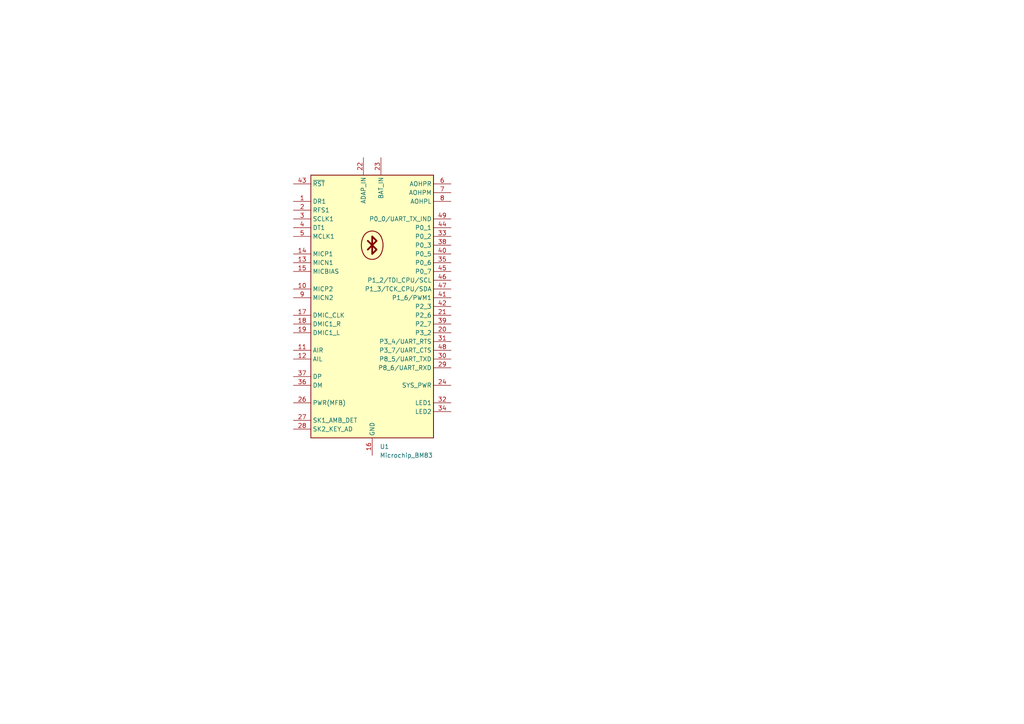
<source format=kicad_sch>
(kicad_sch (version 20231120) (generator "eeschema") (generator_version "8.0")
  (paper "A4")
  (lib_symbols
    (symbol "RF_Bluetooth:Microchip_BM83"
      (property "Reference" "U" (at -17.78 39.37 0))
      (property "Value" "Microchip_BM83" (at 5.08 -39.37 0))
      (symbol "Microchip_BM83_0_1"
        (rectangle (start -17.78 38.1) (end 17.78 -38.1) (stroke (width 0.254)) (fill (type background)))
        (arc (start -2.5399 15.24) (mid 0.0001 13.6702) (end 2.5401 15.24) (stroke (width 0.254)) (fill (type background)))
        (arc (start -2.5399 20.32) (mid -3.1395 17.78) (end -2.5399 15.24) (stroke (width 0.254)) (fill (type background)))
        (polyline (pts (xy 0.0001 17.78) (xy -1.2699 16.51)) (stroke (width 0.508)))
        (polyline (pts (xy 0.0001 17.78) (xy -1.2699 19.05)) (stroke (width 0.508)))
        (polyline (pts (xy 0.0001 20.32) (xy 1.2701 19.05) (xy 0.0001 17.78) (xy 1.2701 16.51) (xy 0.0001 15.24) (xy 0.0001 20.32)) (stroke (width 0.508)))
        (arc (start 2.5401 15.24) (mid 3.1397 17.78) (end 2.5401 20.32) (stroke (width 0.254)) (fill (type background)))
        (arc (start 2.5401 20.32) (mid 0.0001 21.8898) (end -2.5399 20.32) (stroke (width 0.254)) (fill (type background)))
      )
      (symbol "Microchip_BM83_1_1"
        (pin input line (at -22.86 30.48 0) (length 5.08) (name "DR1") (number "1"))
        (pin input line (at -22.86 5.08 0) (length 5.08) (name "MICP2") (number "10"))
        (pin input line (at -22.86 -12.7 0) (length 5.08) (name "AIR") (number "11"))
        (pin input line (at -22.86 -15.24 0) (length 5.08) (name "AIL") (number "12"))
        (pin input line (at -22.86 12.7 0) (length 5.08) (name "MICN1") (number "13"))
        (pin input line (at -22.86 15.24 0) (length 5.08) (name "MICP1") (number "14"))
        (pin passive line (at -22.86 10.16 0) (length 5.08) (name "MICBIAS") (number "15"))
        (pin power_in line (at 0 -43.18 90) (length 5.08) (name "GND") (number "16"))
        (pin output line (at -22.86 -2.54 0) (length 5.08) (name "DMIC_CLK") (number "17"))
        (pin output line (at -22.86 -5.08 0) (length 5.08) (name "DMIC1_R") (number "18"))
        (pin output line (at -22.86 -7.62 0) (length 5.08) (name "DMIC1_L") (number "19"))
        (pin bidirectional line (at -22.86 27.94 0) (length 5.08) (name "RFS1") (number "2"))
        (pin bidirectional line (at 22.86 -7.62 180) (length 5.08) (name "P3_2") (number "20"))
        (pin bidirectional line (at 22.86 -2.54 180) (length 5.08) (name "P2_6") (number "21"))
        (pin power_in line (at -2.54 43.18 270) (length 5.08) (name "ADAP_IN") (number "22"))
        (pin power_in line (at 2.54 43.18 270) (length 5.08) (name "BAT_IN") (number "23"))
        (pin power_out line (at 22.86 -22.86 180) (length 5.08) (name "SYS_PWR") (number "24"))
        (pin no_connect line (at 17.78 -33.02 180) (length 5.08) hide (name "VDD_IO") (number "25"))
        (pin input line (at -22.86 -27.94 0) (length 5.08) (name "PWR(MFB)") (number "26"))
        (pin input line (at -22.86 -33.02 0) (length 5.08) (name "SK1_AMB_DET") (number "27"))
        (pin input line (at -22.86 -35.56 0) (length 5.08) (name "SK2_KEY_AD") (number "28"))
        (pin bidirectional line (at 22.86 -17.78 180) (length 5.08) (name "P8_6/UART_RXD") (number "29"))
        (pin bidirectional line (at -22.86 25.4 0) (length 5.08) (name "SCLK1") (number "3"))
        (pin bidirectional line (at 22.86 -15.24 180) (length 5.08) (name "P8_5/UART_TXD") (number "30"))
        (pin bidirectional line (at 22.86 -10.16 180) (length 5.08) (name "P3_4/UART_RTS") (number "31"))
        (pin input line (at 22.86 -27.94 180) (length 5.08) (name "LED1") (number "32"))
        (pin bidirectional line (at 22.86 20.32 180) (length 5.08) (name "P0_2") (number "33"))
        (pin input line (at 22.86 -30.48 180) (length 5.08) (name "LED2") (number "34"))
        (pin bidirectional line (at 22.86 12.7 180) (length 5.08) (name "P0_6") (number "35"))
        (pin bidirectional line (at -22.86 -22.86 0) (length 5.08) (name "DM") (number "36"))
        (pin bidirectional line (at -22.86 -20.32 0) (length 5.08) (name "DP") (number "37"))
        (pin bidirectional line (at 22.86 17.78 180) (length 5.08) (name "P0_3") (number "38"))
        (pin bidirectional line (at 22.86 -5.08 180) (length 5.08) (name "P2_7") (number "39"))
        (pin output line (at -22.86 22.86 0) (length 5.08) (name "DT1") (number "4"))
        (pin bidirectional line (at 22.86 15.24 180) (length 5.08) (name "P0_5") (number "40"))
        (pin bidirectional line (at 22.86 2.54 180) (length 5.08) (name "P1_6/PWM1") (number "41"))
        (pin bidirectional line (at 22.86 0 180) (length 5.08) (name "P2_3") (number "42"))
        (pin input line (at -22.86 35.56 0) (length 5.08) (name "~{RST}") (number "43"))
        (pin bidirectional line (at 22.86 22.86 180) (length 5.08) (name "P0_1") (number "44"))
        (pin bidirectional line (at 22.86 10.16 180) (length 5.08) (name "P0_7") (number "45"))
        (pin bidirectional line (at 22.86 7.62 180) (length 5.08) (name "P1_2/TDI_CPU/SCL") (number "46"))
        (pin bidirectional line (at 22.86 5.08 180) (length 5.08) (name "P1_3/TCK_CPU/SDA") (number "47"))
        (pin bidirectional line (at 22.86 -12.7 180) (length 5.08) (name "P3_7/UART_CTS") (number "48"))
        (pin bidirectional line (at 22.86 25.4 180) (length 5.08) (name "P0_0/UART_TX_IND") (number "49"))
        (pin output line (at -22.86 20.32 0) (length 5.08) (name "MCLK1") (number "5"))
        (pin passive line (at 0 -43.18 90) (length 5.08) hide (name "GND") (number "50"))
        (pin passive line (at 0 -43.18 90) (length 5.08) hide (name "GND") (number "56"))
        (pin passive line (at 0 -43.18 90) (length 5.08) hide (name "GND") (number "57"))
        (pin output line (at 22.86 35.56 180) (length 5.08) (name "AOHPR") (number "6"))
        (pin output line (at 22.86 33.02 180) (length 5.08) (name "AOHPM") (number "7"))
        (pin output line (at 22.86 30.48 180) (length 5.08) (name "AOHPL") (number "8"))
        (pin input line (at -22.86 2.54 0) (length 5.08) (name "MICN2") (number "9"))
      )
    )
  )
  (symbol (lib_id "RF_Bluetooth:Microchip_BM83") (at 107.95 88.9 0) (unit 1)
    (property "Reference" "U1" (at 110.1441 129.54 0) (effects (justify left)))
    (property "Value" "Microchip_BM83" (at 110.1441 132.08 0) (effects (justify left)))
    (property "Footprint" "RF_Module:Microchip_BM83" (effects (hide yes)))
    (property "Datasheet" "https://ww1.microchip.com/downloads/aemDocuments/documents/WSG/ProductDocuments/DataSheets/70005402E.pdf" (effects (hide yes)))
    (property "Description" "Microchip BM23 Bluetooth 5.0 Audio Stereo Module, dual-mode, Audio Profiles, 32x15mm" (effects (hide yes)))
  )
)
</source>
